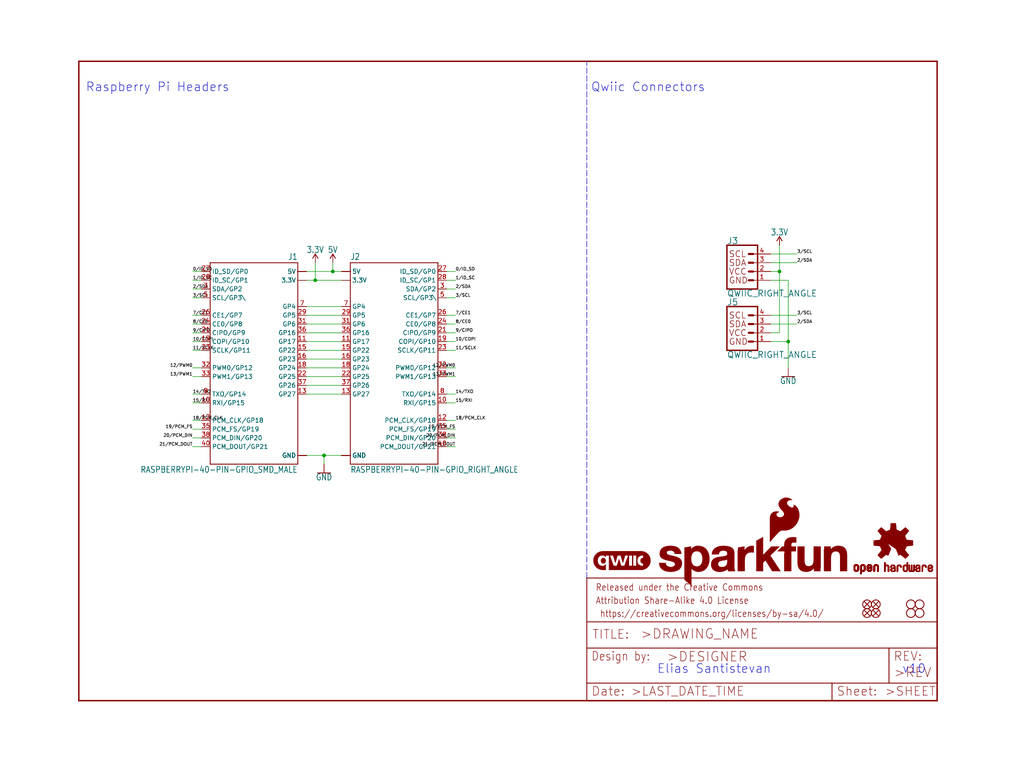
<source format=kicad_sch>
(kicad_sch (version 20211123) (generator eeschema)
  (paper "User" 297.002 223.926)
  (lib_symbols
    (symbol "schematicEagle-eagle-import:3.3V" (power)
      (property "Value" "3.3V" (at 0 2.794 0))
      (symbol "3.3V_1_0"
        (pin power_in line (at 0 0 90) (length 2.54) (name "3.3V") (number "1"))
      )
    )
    (symbol "schematicEagle-eagle-import:5V" (power)
      (property "Value" "5V" (at 0 2.794 0))
      (symbol "5V_1_0"
        (pin power_in line (at 0 0 90) (length 2.54) (name "5V") (number "1"))
      )
    )
    (symbol "schematicEagle-eagle-import:FIDUCIALUFIDUCIAL")
    (symbol "schematicEagle-eagle-import:FRAME-LETTER"
      (symbol "FRAME-LETTER_2_0"
        (text " https://creativecommons.org/licenses/by-sa/4.0/" (at 2.54 24.13 0) (effects (font (size 1.9304 1.6408)) (justify left bottom)))
        (text ">DESIGNER" (at 23.114 11.176 0) (effects (font (size 2.7432 2.7432)) (justify left bottom)))
        (text ">DRAWING_NAME" (at 15.494 17.78 0) (effects (font (size 2.7432 2.7432)) (justify left bottom)))
        (text ">LAST_DATE_TIME" (at 12.7 1.27 0) (effects (font (size 2.54 2.54)) (justify left bottom)))
        (text ">REV" (at 88.9 6.604 0) (effects (font (size 2.7432 2.7432)) (justify left bottom)))
        (text ">SHEET" (at 86.36 1.27 0) (effects (font (size 2.54 2.54)) (justify left bottom)))
        (text "Attribution Share-Alike 4.0 License" (at 2.54 27.94 0) (effects (font (size 1.9304 1.6408)) (justify left bottom)))
        (text "Date:" (at 1.27 1.27 0) (effects (font (size 2.54 2.54)) (justify left bottom)))
        (text "Design by:" (at 1.27 11.43 0) (effects (font (size 2.54 2.159)) (justify left bottom)))
        (text "Released under the Creative Commons" (at 2.54 31.75 0) (effects (font (size 1.9304 1.6408)) (justify left bottom)))
        (text "REV:" (at 88.9 11.43 0) (effects (font (size 2.54 2.54)) (justify left bottom)))
        (text "Sheet:" (at 72.39 1.27 0) (effects (font (size 2.54 2.54)) (justify left bottom)))
        (text "TITLE:" (at 1.524 17.78 0) (effects (font (size 2.54 2.54)) (justify left bottom)))
      )
    )
    (symbol "schematicEagle-eagle-import:GND" (power)
      (property "Value" "GND" (at 0 -0.254 0))
      (symbol "GND_1_0"
        (pin power_in line (at 0 2.54 270) (length 2.54) (name "GND") (number "1"))
      )
    )
    (symbol "schematicEagle-eagle-import:OSHW-LOGOM")
    (symbol "schematicEagle-eagle-import:QWIIC_CONNECTORJS-1MM"
      (property "Reference" "J" (at -5.08 7.874 0))
      (property "Value" "QWIIC_CONNECTORJS-1MM" (at -5.08 -5.334 0))
      (symbol "QWIIC_CONNECTORJS-1MM_1_0"
        (text "GND" (at -4.572 -2.54 0) (effects (font (size 1.778 1.778)) (justify left)))
        (text "SCL" (at -4.572 5.08 0) (effects (font (size 1.778 1.778)) (justify left)))
        (text "SDA" (at -4.572 2.54 0) (effects (font (size 1.778 1.778)) (justify left)))
        (text "VCC" (at -4.572 0 0) (effects (font (size 1.778 1.778)) (justify left)))
        (pin power_in line (at 7.62 -2.54 180) (length 5.08) (name "1") (number "1"))
        (pin power_in line (at 7.62 0 180) (length 5.08) (name "2") (number "2"))
        (pin passive line (at 7.62 2.54 180) (length 5.08) (name "3") (number "3"))
        (pin passive line (at 7.62 5.08 180) (length 5.08) (name "4") (number "4"))
      )
    )
    (symbol "schematicEagle-eagle-import:QWIIC_LOGO_5MM")
    (symbol "schematicEagle-eagle-import:RASPBERRYPI-40-PIN-GPIO_RIGHT_ANGLE"
      (property "Reference" "J" (at -12.7 28.702 0))
      (property "Value" "RASPBERRYPI-40-PIN-GPIO_RIGHT_ANGLE" (at -12.7 -33.02 0))
      (symbol "RASPBERRYPI-40-PIN-GPIO_RIGHT_ANGLE_1_0"
        (pin power_in line (at -15.24 22.86 0) (length 2.54) (name "3.3V") (number "1"))
        (pin input line (at 15.24 -12.7 180) (length 2.54) (name "RXI/GP15") (number "10"))
        (pin bidirectional line (at -15.24 5.08 0) (length 2.54) (name "GP17") (number "11"))
        (pin bidirectional line (at 15.24 -17.78 180) (length 2.54) (name "PCM_CLK/GP18") (number "12"))
        (pin bidirectional line (at -15.24 -10.16 0) (length 2.54) (name "GP27") (number "13"))
        (pin power_in line (at -15.24 -27.94 0) (length 2.54) (name "GND") (number "14"))
        (pin bidirectional line (at -15.24 2.54 0) (length 2.54) (name "GP22") (number "15"))
        (pin bidirectional line (at -15.24 0 0) (length 2.54) (name "GP23") (number "16"))
        (pin power_in line (at -15.24 22.86 0) (length 2.54) (name "3.3V") (number "17"))
        (pin bidirectional line (at -15.24 -2.54 0) (length 2.54) (name "GP24") (number "18"))
        (pin output line (at 15.24 5.08 180) (length 2.54) (name "COPI/GP10") (number "19"))
        (pin power_in line (at -15.24 25.4 0) (length 2.54) (name "5V") (number "2"))
        (pin power_in line (at -15.24 -27.94 0) (length 2.54) (name "GND") (number "20"))
        (pin input line (at 15.24 7.62 180) (length 2.54) (name "CIPO/GP9") (number "21"))
        (pin bidirectional line (at -15.24 -5.08 0) (length 2.54) (name "GP25") (number "22"))
        (pin output line (at 15.24 2.54 180) (length 2.54) (name "SCLK/GP11") (number "23"))
        (pin output line (at 15.24 10.16 180) (length 2.54) (name "CE0/GP8") (number "24"))
        (pin power_in line (at -15.24 -27.94 0) (length 2.54) (name "GND") (number "25"))
        (pin output line (at 15.24 12.7 180) (length 2.54) (name "CE1/GP7") (number "26"))
        (pin bidirectional line (at 15.24 25.4 180) (length 2.54) (name "ID_SD/GP0") (number "27"))
        (pin bidirectional line (at 15.24 22.86 180) (length 2.54) (name "ID_SC/GP1") (number "28"))
        (pin bidirectional line (at -15.24 12.7 0) (length 2.54) (name "GP5") (number "29"))
        (pin bidirectional line (at 15.24 20.32 180) (length 2.54) (name "SDA/GP2") (number "3"))
        (pin power_in line (at -15.24 -27.94 0) (length 2.54) (name "GND") (number "30"))
        (pin bidirectional line (at -15.24 10.16 0) (length 2.54) (name "GP6") (number "31"))
        (pin bidirectional line (at 15.24 -2.54 180) (length 2.54) (name "PWM0/GP12") (number "32"))
        (pin bidirectional line (at 15.24 -5.08 180) (length 2.54) (name "PWM1/GP13") (number "33"))
        (pin power_in line (at -15.24 -27.94 0) (length 2.54) (name "GND") (number "34"))
        (pin bidirectional line (at 15.24 -20.32 180) (length 2.54) (name "PCM_FS/GP19") (number "35"))
        (pin bidirectional line (at -15.24 7.62 0) (length 2.54) (name "GP16") (number "36"))
        (pin bidirectional line (at -15.24 -7.62 0) (length 2.54) (name "GP26") (number "37"))
        (pin bidirectional line (at 15.24 -22.86 180) (length 2.54) (name "PCM_DIN/GP20") (number "38"))
        (pin power_in line (at -15.24 -27.94 0) (length 2.54) (name "GND") (number "39"))
        (pin power_in line (at -15.24 25.4 0) (length 2.54) (name "5V") (number "4"))
        (pin bidirectional line (at 15.24 -25.4 180) (length 2.54) (name "PCM_DOUT/GP21") (number "40"))
        (pin bidirectional line (at 15.24 17.78 180) (length 2.54) (name "SCL/GP3\\") (number "5"))
        (pin power_in line (at -15.24 -27.94 0) (length 2.54) (name "GND") (number "6"))
        (pin bidirectional line (at -15.24 15.24 0) (length 2.54) (name "GP4") (number "7"))
        (pin output line (at 15.24 -10.16 180) (length 2.54) (name "TXO/GP14") (number "8"))
        (pin power_in line (at -15.24 -27.94 0) (length 2.54) (name "GND") (number "9"))
      )
    )
    (symbol "schematicEagle-eagle-import:RASPBERRYPI-40-PIN-GPIO_SMD_MALE"
      (property "Reference" "J" (at -12.7 28.702 0))
      (property "Value" "RASPBERRYPI-40-PIN-GPIO_SMD_MALE" (at -12.7 -33.02 0))
      (symbol "RASPBERRYPI-40-PIN-GPIO_SMD_MALE_1_0"
        (pin power_in line (at -15.24 22.86 0) (length 2.54) (name "3.3V") (number "1"))
        (pin input line (at 15.24 -12.7 180) (length 2.54) (name "RXI/GP15") (number "10"))
        (pin bidirectional line (at -15.24 5.08 0) (length 2.54) (name "GP17") (number "11"))
        (pin bidirectional line (at 15.24 -17.78 180) (length 2.54) (name "PCM_CLK/GP18") (number "12"))
        (pin bidirectional line (at -15.24 -10.16 0) (length 2.54) (name "GP27") (number "13"))
        (pin power_in line (at -15.24 -27.94 0) (length 2.54) (name "GND") (number "14"))
        (pin bidirectional line (at -15.24 2.54 0) (length 2.54) (name "GP22") (number "15"))
        (pin bidirectional line (at -15.24 0 0) (length 2.54) (name "GP23") (number "16"))
        (pin power_in line (at -15.24 22.86 0) (length 2.54) (name "3.3V") (number "17"))
        (pin bidirectional line (at -15.24 -2.54 0) (length 2.54) (name "GP24") (number "18"))
        (pin output line (at 15.24 5.08 180) (length 2.54) (name "COPI/GP10") (number "19"))
        (pin power_in line (at -15.24 25.4 0) (length 2.54) (name "5V") (number "2"))
        (pin power_in line (at -15.24 -27.94 0) (length 2.54) (name "GND") (number "20"))
        (pin input line (at 15.24 7.62 180) (length 2.54) (name "CIPO/GP9") (number "21"))
        (pin bidirectional line (at -15.24 -5.08 0) (length 2.54) (name "GP25") (number "22"))
        (pin output line (at 15.24 2.54 180) (length 2.54) (name "SCLK/GP11") (number "23"))
        (pin output line (at 15.24 10.16 180) (length 2.54) (name "CE0/GP8") (number "24"))
        (pin power_in line (at -15.24 -27.94 0) (length 2.54) (name "GND") (number "25"))
        (pin output line (at 15.24 12.7 180) (length 2.54) (name "CE1/GP7") (number "26"))
        (pin bidirectional line (at 15.24 25.4 180) (length 2.54) (name "ID_SD/GP0") (number "27"))
        (pin bidirectional line (at 15.24 22.86 180) (length 2.54) (name "ID_SC/GP1") (number "28"))
        (pin bidirectional line (at -15.24 12.7 0) (length 2.54) (name "GP5") (number "29"))
        (pin bidirectional line (at 15.24 20.32 180) (length 2.54) (name "SDA/GP2") (number "3"))
        (pin power_in line (at -15.24 -27.94 0) (length 2.54) (name "GND") (number "30"))
        (pin bidirectional line (at -15.24 10.16 0) (length 2.54) (name "GP6") (number "31"))
        (pin bidirectional line (at 15.24 -2.54 180) (length 2.54) (name "PWM0/GP12") (number "32"))
        (pin bidirectional line (at 15.24 -5.08 180) (length 2.54) (name "PWM1/GP13") (number "33"))
        (pin power_in line (at -15.24 -27.94 0) (length 2.54) (name "GND") (number "34"))
        (pin bidirectional line (at 15.24 -20.32 180) (length 2.54) (name "PCM_FS/GP19") (number "35"))
        (pin bidirectional line (at -15.24 7.62 0) (length 2.54) (name "GP16") (number "36"))
        (pin bidirectional line (at -15.24 -7.62 0) (length 2.54) (name "GP26") (number "37"))
        (pin bidirectional line (at 15.24 -22.86 180) (length 2.54) (name "PCM_DIN/GP20") (number "38"))
        (pin power_in line (at -15.24 -27.94 0) (length 2.54) (name "GND") (number "39"))
        (pin power_in line (at -15.24 25.4 0) (length 2.54) (name "5V") (number "4"))
        (pin bidirectional line (at 15.24 -25.4 180) (length 2.54) (name "PCM_DOUT/GP21") (number "40"))
        (pin bidirectional line (at 15.24 17.78 180) (length 2.54) (name "SCL/GP3\\") (number "5"))
        (pin power_in line (at -15.24 -27.94 0) (length 2.54) (name "GND") (number "6"))
        (pin bidirectional line (at -15.24 15.24 0) (length 2.54) (name "GP4") (number "7"))
        (pin output line (at 15.24 -10.16 180) (length 2.54) (name "TXO/GP14") (number "8"))
        (pin power_in line (at -15.24 -27.94 0) (length 2.54) (name "GND") (number "9"))
      )
    )
    (symbol "schematicEagle-eagle-import:SFE_LOGO_NAME_FLAME.2_INCH")
    (symbol "schematicEagle-eagle-import:STAND-OFFTIGHT")
  )
  (junction (at 96.52 78.74))
  (junction (at 91.44 81.28))
  (junction (at 226.06 78.74))
  (junction (at 228.6 99.06))
  (junction (at 93.98 132.08))
  (wire (pts (xy 93.98 132.08) (xy 99.06 132.08)))
  (wire (pts (xy 88.9 132.08) (xy 93.98 132.08)))
  (wire (pts (xy 96.52 78.74) (xy 99.06 78.74)))
  (wire (pts (xy 88.9 114.3) (xy 99.06 114.3)))
  (wire (pts (xy 132.08 109.22) (xy 129.54 109.22)))
  (wire (pts (xy 58.42 81.28) (xy 55.88 81.28)))
  (wire (pts (xy 58.42 86.36) (xy 55.88 86.36)))
  (wire (pts (xy 223.52 91.44) (xy 231.14 91.44)))
  (wire (pts (xy 99.06 91.44) (xy 88.9 91.44)))
  (wire (pts (xy 96.52 78.74) (xy 88.9 78.74)))
  (wire (pts (xy 55.88 127) (xy 58.42 127)))
  (wire (pts (xy 91.44 81.28) (xy 99.06 81.28)))
  (wire (pts (xy 223.52 96.52) (xy 226.06 96.52)))
  (wire (pts (xy 129.54 93.98) (xy 132.08 93.98)))
  (wire (pts (xy 129.54 114.3) (xy 132.08 114.3)))
  (wire (pts (xy 96.52 78.74) (xy 96.52 76.2)))
  (wire (pts (xy 55.88 106.68) (xy 58.42 106.68)))
  (wire (pts (xy 58.42 93.98) (xy 55.88 93.98)))
  (wire (pts (xy 132.08 106.68) (xy 129.54 106.68)))
  (wire (pts (xy 129.54 99.06) (xy 132.08 99.06)))
  (wire (pts (xy 58.42 121.92) (xy 55.88 121.92)))
  (polyline (pts (xy 170.18 167.64) (xy 170.18 17.78)))
  (wire (pts (xy 55.88 129.54) (xy 58.42 129.54)))
  (wire (pts (xy 132.08 101.6) (xy 129.54 101.6)))
  (wire (pts (xy 99.06 101.6) (xy 88.9 101.6)))
  (wire (pts (xy 88.9 81.28) (xy 91.44 81.28)))
  (wire (pts (xy 223.52 81.28) (xy 228.6 81.28)))
  (wire (pts (xy 99.06 111.76) (xy 88.9 111.76)))
  (wire (pts (xy 129.54 78.74) (xy 132.08 78.74)))
  (wire (pts (xy 129.54 121.92) (xy 132.08 121.92)))
  (wire (pts (xy 132.08 129.54) (xy 129.54 129.54)))
  (wire (pts (xy 129.54 81.28) (xy 132.08 81.28)))
  (wire (pts (xy 55.88 101.6) (xy 58.42 101.6)))
  (wire (pts (xy 88.9 99.06) (xy 99.06 99.06)))
  (wire (pts (xy 223.52 93.98) (xy 231.14 93.98)))
  (wire (pts (xy 228.6 99.06) (xy 228.6 106.68)))
  (wire (pts (xy 223.52 76.2) (xy 231.14 76.2)))
  (wire (pts (xy 99.06 96.52) (xy 88.9 96.52)))
  (wire (pts (xy 93.98 134.62) (xy 93.98 132.08)))
  (wire (pts (xy 55.88 109.22) (xy 58.42 109.22)))
  (wire (pts (xy 58.42 99.06) (xy 55.88 99.06)))
  (wire (pts (xy 55.88 124.46) (xy 58.42 124.46)))
  (wire (pts (xy 129.54 83.82) (xy 132.08 83.82)))
  (wire (pts (xy 223.52 78.74) (xy 226.06 78.74)))
  (wire (pts (xy 88.9 88.9) (xy 99.06 88.9)))
  (wire (pts (xy 88.9 109.22) (xy 99.06 109.22)))
  (wire (pts (xy 129.54 116.84) (xy 132.08 116.84)))
  (wire (pts (xy 58.42 116.84) (xy 55.88 116.84)))
  (wire (pts (xy 88.9 104.14) (xy 99.06 104.14)))
  (wire (pts (xy 99.06 106.68) (xy 88.9 106.68)))
  (wire (pts (xy 129.54 96.52) (xy 132.08 96.52)))
  (wire (pts (xy 223.52 73.66) (xy 231.14 73.66)))
  (wire (pts (xy 132.08 124.46) (xy 129.54 124.46)))
  (wire (pts (xy 132.08 127) (xy 129.54 127)))
  (wire (pts (xy 129.54 86.36) (xy 132.08 86.36)))
  (wire (pts (xy 88.9 93.98) (xy 99.06 93.98)))
  (wire (pts (xy 223.52 99.06) (xy 228.6 99.06)))
  (wire (pts (xy 58.42 78.74) (xy 55.88 78.74)))
  (wire (pts (xy 91.44 76.2) (xy 91.44 81.28)))
  (wire (pts (xy 58.42 91.44) (xy 55.88 91.44)))
  (wire (pts (xy 58.42 96.52) (xy 55.88 96.52)))
  (wire (pts (xy 228.6 81.28) (xy 228.6 99.06)))
  (wire (pts (xy 226.06 78.74) (xy 226.06 71.12)))
  (wire (pts (xy 226.06 96.52) (xy 226.06 78.74)))
  (wire (pts (xy 58.42 114.3) (xy 55.88 114.3)))
  (wire (pts (xy 58.42 83.82) (xy 55.88 83.82)))
  (wire (pts (xy 129.54 91.44) (xy 132.08 91.44)))
  (text "Qwiic Connectors" (at 187.96 25.4 180) (effects (font (size 2.54 2.54))))
  (text "Elias Santistevan" (at 190.5 195.58 180) (effects (font (size 2.54 2.54)) (justify left bottom)))
  (text "v10" (at 261.62 195.58 180) (effects (font (size 2.54 2.54)) (justify left bottom)))
  (text "Raspberry Pi Headers" (at 45.72 25.4 180) (effects (font (size 2.54 2.54))))
  (label "7/CE1" (at 132.08 91.44 0) (effects (font (size 0.889 0.889))))
  (label "2/SDA" (at 132.08 83.82 0) (effects (font (size 0.889 0.889))))
  (label "14/TXO" (at 132.08 114.3 0) (effects (font (size 0.889 0.889))))
  (label "7/CE1" (at 55.88 91.44 0) (effects (font (size 0.889 0.889))))
  (label "15/RXI" (at 55.88 116.84 0) (effects (font (size 0.889 0.889))))
  (label "18/PCM_CLK" (at 132.08 121.92 0) (effects (font (size 0.889 0.889))))
  (label "19/PCM_FS" (at 132.08 124.46 180) (effects (font (size 0.889 0.889))))
  (label "8/CE0" (at 55.88 93.98 0) (effects (font (size 0.889 0.889))))
  (label "21/PCM_DOUT" (at 132.08 129.54 180) (effects (font (size 0.889 0.889))))
  (label "11/SCLK" (at 132.08 101.6 0) (effects (font (size 0.889 0.889))))
  (label "3/SCL" (at 231.14 91.44 0) (effects (font (size 0.889 0.889))))
  (label "20/PCM_DIN" (at 132.08 127 180) (effects (font (size 0.889 0.889))))
  (label "2/SDA" (at 231.14 76.2 0) (effects (font (size 0.889 0.889))))
  (label "19/PCM_FS" (at 55.88 124.46 180) (effects (font (size 0.889 0.889))))
  (label "13/PWM1" (at 55.88 109.22 180) (effects (font (size 0.889 0.889))))
  (label "9/CIPO" (at 132.08 96.52 0) (effects (font (size 0.889 0.889))))
  (label "21/PCM_DOUT" (at 55.88 129.54 180) (effects (font (size 0.889 0.889))))
  (label "3/SCL" (at 132.08 86.36 0) (effects (font (size 0.889 0.889))))
  (label "3/SCL" (at 55.88 86.36 0) (effects (font (size 0.889 0.889))))
  (label "10/COPI" (at 55.88 99.06 0) (effects (font (size 0.889 0.889))))
  (label "12/PWM0" (at 55.88 106.68 180) (effects (font (size 0.889 0.889))))
  (label "8/CE0" (at 132.08 93.98 0) (effects (font (size 0.889 0.889))))
  (label "18/PCM_CLK" (at 55.88 121.92 0) (effects (font (size 0.889 0.889))))
  (label "2/SDA" (at 231.14 93.98 0) (effects (font (size 0.889 0.889))))
  (label "15/RXI" (at 132.08 116.84 0) (effects (font (size 0.889 0.889))))
  (label "3/SCL" (at 231.14 73.66 0) (effects (font (size 0.889 0.889))))
  (label "10/COPI" (at 132.08 99.06 0) (effects (font (size 0.889 0.889))))
  (label "0/ID_SD" (at 132.08 78.74 0) (effects (font (size 0.889 0.889))))
  (label "1/ID_SC" (at 132.08 81.28 0) (effects (font (size 0.889 0.889))))
  (label "14/TXO" (at 55.88 114.3 0) (effects (font (size 0.889 0.889))))
  (label "13/PWM1" (at 132.08 109.22 180) (effects (font (size 0.889 0.889))))
  (label "9/CIPO" (at 55.88 96.52 0) (effects (font (size 0.889 0.889))))
  (label "20/PCM_DIN" (at 55.88 127 180) (effects (font (size 0.889 0.889))))
  (label "11/SCLK" (at 55.88 101.6 0) (effects (font (size 0.889 0.889))))
  (label "12/PWM0" (at 132.08 106.68 180) (effects (font (size 0.889 0.889))))
  (label "2/SDA" (at 55.88 83.82 0) (effects (font (size 0.889 0.889))))
  (label "1/ID_SC" (at 55.88 81.28 0) (effects (font (size 0.889 0.889))))
  (label "0/ID_SD" (at 55.88 78.74 0) (effects (font (size 0.889 0.889))))
  (symbol (lib_id "schematicEagle-eagle-import:3.3V") (at 91.44 76.2 0) (unit 1)
    (property "Reference" "#SUPPLY2" (effects hide))
    (property "Value" "3.3V" (at 91.44 73.406 0) (effects (font (size 1.778 1.5113)) (justify bottom)))
    (property "Footprint" "schematicEagle:" (effects hide))
  )
  (symbol (lib_id "schematicEagle-eagle-import:OSHW-LOGOM") (at 259.08 157.48 0) (unit 1)
    (property "Reference" "LOGO3" (effects hide))
    (property "Value" "OSHW-LOGOM" (effects hide))
    (property "Footprint" "schematicEagle:OSHW-LOGO-M" (effects hide))
  )
  (symbol (lib_id "schematicEagle-eagle-import:FIDUCIALUFIDUCIAL") (at 251.46 177.8 0) (unit 1)
    (property "Reference" "FD3" (effects hide))
    (property "Value" "FIDUCIALUFIDUCIAL" (effects hide))
    (property "Footprint" "schematicEagle:FIDUCIAL-MICRO" (effects hide))
  )
  (symbol (lib_id "schematicEagle-eagle-import:FIDUCIALUFIDUCIAL") (at 254 177.8 0) (unit 1)
    (property "Reference" "FD2" (effects hide))
    (property "Value" "FIDUCIALUFIDUCIAL" (effects hide))
    (property "Footprint" "schematicEagle:FIDUCIAL-MICRO" (effects hide))
  )
  (symbol (lib_id "schematicEagle-eagle-import:FRAME-LETTER") (at 22.86 203.2 0) (unit 1)
    (property "Reference" "FRAME1" (effects hide))
    (property "Value" "FRAME-LETTER" (effects hide))
    (property "Footprint" "schematicEagle:CREATIVE_COMMONS" (effects hide))
  )
  (symbol (lib_id "schematicEagle-eagle-import:RASPBERRYPI-40-PIN-GPIO_SMD_MALE") (at 73.66 104.14 0) (mirror y) (unit 1)
    (property "Reference" "J1" (at 86.36 75.438 0) (effects (font (size 1.778 1.5113)) (justify left bottom)))
    (property "Value" "RASPBERRYPI-40-PIN-GPIO_SMD_MALE" (at 86.36 137.16 0) (effects (font (size 1.778 1.5113)) (justify left bottom)))
    (property "Footprint" "schematicEagle:RASPBERRY_PI_HAT_40_PIN_SMD_MALE" (effects hide))
  )
  (symbol (lib_id "schematicEagle-eagle-import:FIDUCIALUFIDUCIAL") (at 251.46 175.26 0) (unit 1)
    (property "Reference" "FD4" (effects hide))
    (property "Value" "FIDUCIALUFIDUCIAL" (effects hide))
    (property "Footprint" "schematicEagle:FIDUCIAL-MICRO" (effects hide))
  )
  (symbol (lib_id "schematicEagle-eagle-import:STAND-OFFTIGHT") (at 266.7 175.26 0) (unit 1)
    (property "Reference" "H4" (effects hide))
    (property "Value" "STAND-OFFTIGHT" (effects hide))
    (property "Footprint" "schematicEagle:STAND-OFF-TIGHT" (effects hide))
  )
  (symbol (lib_id "schematicEagle-eagle-import:GND") (at 228.6 109.22 0) (unit 1)
    (property "Reference" "#GND2" (effects hide))
    (property "Value" "GND" (at 228.6 109.474 0) (effects (font (size 1.778 1.5113)) (justify top)))
    (property "Footprint" "schematicEagle:" (effects hide))
  )
  (symbol (lib_id "schematicEagle-eagle-import:STAND-OFFTIGHT") (at 264.16 177.8 0) (unit 1)
    (property "Reference" "H2" (effects hide))
    (property "Value" "STAND-OFFTIGHT" (effects hide))
    (property "Footprint" "schematicEagle:STAND-OFF-TIGHT" (effects hide))
  )
  (symbol (lib_id "schematicEagle-eagle-import:SFE_LOGO_NAME_FLAME.2_INCH") (at 190.5 170.18 0) (unit 1)
    (property "Reference" "LOGO2" (effects hide))
    (property "Value" "SFE_LOGO_NAME_FLAME.2_INCH" (effects hide))
    (property "Footprint" "schematicEagle:SFE_LOGO_NAME_FLAME_.2" (effects hide))
  )
  (symbol (lib_id "schematicEagle-eagle-import:FRAME-LETTER") (at 170.18 203.2 0) (unit 2)
    (property "Reference" "FRAME1" (effects hide))
    (property "Value" "FRAME-LETTER" (effects hide))
    (property "Footprint" "schematicEagle:CREATIVE_COMMONS" (effects hide))
  )
  (symbol (lib_id "schematicEagle-eagle-import:3.3V") (at 226.06 71.12 0) (unit 1)
    (property "Reference" "#SUPPLY3" (effects hide))
    (property "Value" "3.3V" (at 226.06 68.326 0) (effects (font (size 1.778 1.5113)) (justify bottom)))
    (property "Footprint" "schematicEagle:" (effects hide))
  )
  (symbol (lib_id "schematicEagle-eagle-import:STAND-OFFTIGHT") (at 264.16 175.26 0) (unit 1)
    (property "Reference" "H3" (effects hide))
    (property "Value" "STAND-OFFTIGHT" (effects hide))
    (property "Footprint" "schematicEagle:STAND-OFF-TIGHT" (effects hide))
  )
  (symbol (lib_id "schematicEagle-eagle-import:QWIIC_CONNECTORJS-1MM") (at 215.9 96.52 0) (unit 1)
    (property "Reference" "J5" (at 210.82 88.646 0) (effects (font (size 1.778 1.778)) (justify left bottom)))
    (property "Value" "QWIIC_RIGHT_ANGLE" (at 210.82 101.854 0) (effects (font (size 1.778 1.778)) (justify left top)))
    (property "Footprint" "schematicEagle:JST04_1MM_RA" (effects hide))
  )
  (symbol (lib_id "schematicEagle-eagle-import:STAND-OFFTIGHT") (at 266.7 177.8 0) (unit 1)
    (property "Reference" "H1" (effects hide))
    (property "Value" "STAND-OFFTIGHT" (effects hide))
    (property "Footprint" "schematicEagle:STAND-OFF-TIGHT" (effects hide))
  )
  (symbol (lib_id "schematicEagle-eagle-import:5V") (at 96.52 76.2 0) (unit 1)
    (property "Reference" "#SUPPLY1" (effects hide))
    (property "Value" "5V" (at 96.52 73.406 0) (effects (font (size 1.778 1.5113)) (justify bottom)))
    (property "Footprint" "schematicEagle:" (effects hide))
  )
  (symbol (lib_id "schematicEagle-eagle-import:QWIIC_LOGO_5MM") (at 180.34 162.56 0) (unit 1)
    (property "Reference" "LOGO1" (effects hide))
    (property "Value" "QWIIC_LOGO_5MM" (effects hide))
    (property "Footprint" "schematicEagle:QWIIC_5MM" (effects hide))
  )
  (symbol (lib_id "schematicEagle-eagle-import:GND") (at 93.98 137.16 0) (unit 1)
    (property "Reference" "#GND1" (effects hide))
    (property "Value" "GND" (at 93.98 137.414 0) (effects (font (size 1.778 1.5113)) (justify top)))
    (property "Footprint" "schematicEagle:" (effects hide))
  )
  (symbol (lib_id "schematicEagle-eagle-import:RASPBERRYPI-40-PIN-GPIO_RIGHT_ANGLE") (at 114.3 104.14 0) (unit 1)
    (property "Reference" "J2" (at 101.6 75.438 0) (effects (font (size 1.778 1.5113)) (justify left bottom)))
    (property "Value" "RASPBERRYPI-40-PIN-GPIO_RIGHT_ANGLE" (at 101.6 137.16 0) (effects (font (size 1.778 1.5113)) (justify left bottom)))
    (property "Footprint" "schematicEagle:2X20_RIGHT_ANGLE" (effects hide))
  )
  (symbol (lib_id "schematicEagle-eagle-import:QWIIC_CONNECTORJS-1MM") (at 215.9 78.74 0) (unit 1)
    (property "Reference" "J3" (at 210.82 70.866 0) (effects (font (size 1.778 1.778)) (justify left bottom)))
    (property "Value" "QWIIC_RIGHT_ANGLE" (at 210.82 84.074 0) (effects (font (size 1.778 1.778)) (justify left top)))
    (property "Footprint" "schematicEagle:JST04_1MM_RA" (effects hide))
  )
  (symbol (lib_id "schematicEagle-eagle-import:FIDUCIALUFIDUCIAL") (at 254 175.26 0) (unit 1)
    (property "Reference" "FD1" (effects hide))
    (property "Value" "FIDUCIALUFIDUCIAL" (effects hide))
    (property "Footprint" "schematicEagle:FIDUCIAL-MICRO" (effects hide))
  )
)
</source>
